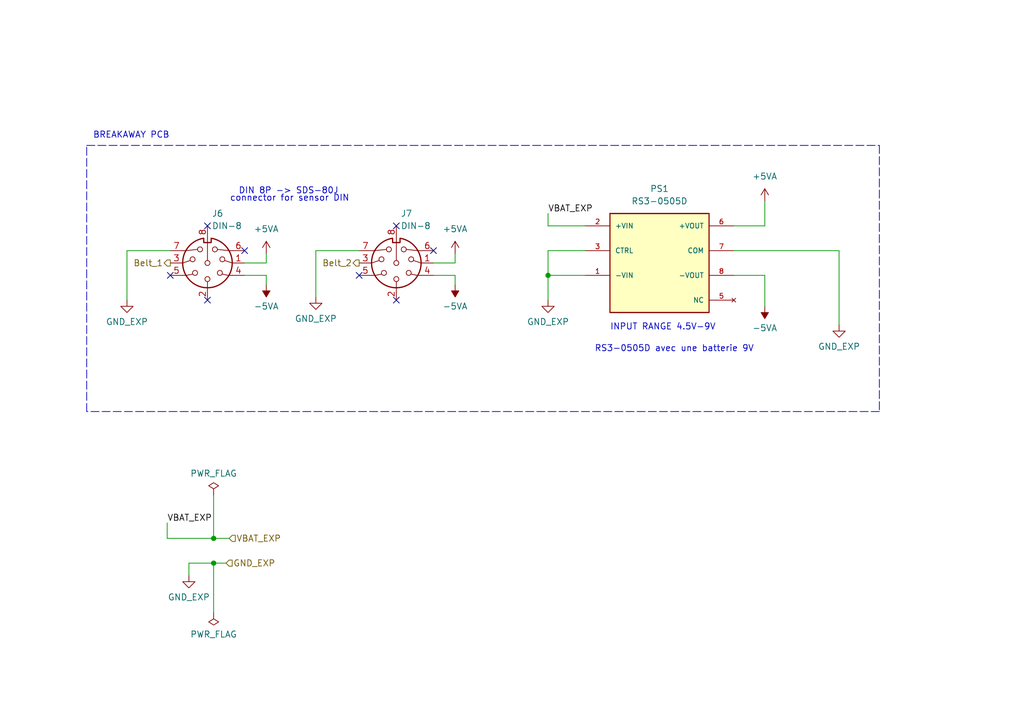
<source format=kicad_sch>
(kicad_sch (version 20250114) (generator "eeschema") (generator_version "9.0")
  (paper "A5")
  (title_block (date "2025-06-05") (rev "1.1") (company "IngRéadapt UL") (comment 1 "Autheur : Marc-Antoine Guay"))
  (lib_symbols
    (symbol "CeintureRespAT:GND_EXP" (power) (pin_names (offset 0))
      (property "Value" "GND_EXP" (at 0 -3.81 0))
      (symbol "GND_EXP_0_1"
        (polyline (pts (xy 0 0) (xy 0 -1.27) (xy 1.27 -1.27) (xy 0 -2.54) (xy -1.27 -1.27) (xy 0 -1.27)))
      )
      (symbol "GND_EXP_1_1"
        (pin power_in line (at 0 0 270) (length 0) (hide yes) (name "GND_EXP") (number "1"))
      )
    )
    (symbol "CeintureRespAT:RS3-0505D" (pin_names (offset 1.016))
      (property "Reference" "PS" (at -10.1639 11.4379 0))
      (property "Value" "RS3-0505D" (at -10.1614 -12.7027 0))
      (symbol "RS3-0505D_0_0"
        (rectangle (start -10.16 -10.16) (end 10.16 10.16) (stroke (width 0.254)) (fill (type background)))
        (pin input line (at -15.24 7.62 0) (length 5.08) (name "+VIN") (number "2"))
        (pin input line (at -15.24 2.54 0) (length 5.08) (name "CTRL") (number "3"))
        (pin input line (at -15.24 -2.54 0) (length 5.08) (name "-VIN") (number "1"))
        (pin power_in line (at 15.24 2.54 180) (length 5.08) (name "COM") (number "7"))
        (pin no_connect line (at 15.24 -7.62 180) (length 5.08) (name "NC") (number "5"))
      )
      (symbol "RS3-0505D_1_0"
        (pin power_out line (at 15.24 7.62 180) (length 5.08) (name "+VOUT") (number "6"))
        (pin power_out line (at 15.24 -2.54 180) (length 5.08) (name "-VOUT") (number "8"))
      )
    )
    (symbol "Connector:DIN-8" (pin_names (offset 1.016))
      (property "Reference" "J" (at 3.175 5.715 0))
      (property "Value" "DIN-8" (at 2.032 -5.842 0))
      (symbol "DIN-8_0_1"
        (polyline (pts (xy -5.08 2.54) (xy -4.318 2.54) (xy -3.048 2.286)))
        (polyline (pts (xy -5.08 0) (xy -3.556 -0.508)))
        (polyline (pts (xy -5.08 -2.54) (xy -4.318 -2.54) (xy -2.032 -2.794)))
        (circle (center -3.048 -0.762) (radius 0.508))
        (circle (center -2.54 2.032) (radius 0.508))
        (circle (center -1.524 -2.794) (radius 0.508))
        (polyline (pts (xy -0.762 -4.953) (xy -0.762 -4.191) (xy 0.762 -4.191) (xy 0.762 -4.953)) (stroke (width 0.254)))
        (arc (start 5.08 0) (mid 3.8673 -3.3444) (end 0.762 -5.08) (stroke (width 0.254)))
        (polyline (pts (xy 0 5.08) (xy 0 3.81)))
        (circle (center 0 3.302) (radius 0.508))
        (circle (center 0 0) (radius 0.508))
        (arc (start -5.08 0) (mid 0 5.0579) (end 5.08 0) (stroke (width 0.254)))
        (polyline (pts (xy 0 -0.508) (xy 0 -5.08)))
        (arc (start -0.762 -5.08) (mid -3.8597 -3.3379) (end -5.08 0) (stroke (width 0.254)))
        (circle (center 1.524 -2.794) (radius 0.508))
        (circle (center 2.54 2.032) (radius 0.508))
        (circle (center 3.048 -0.762) (radius 0.508))
        (polyline (pts (xy 5.08 2.54) (xy 4.318 2.54) (xy 3.048 2.286)))
        (polyline (pts (xy 5.08 0) (xy 3.556 -0.508)))
        (polyline (pts (xy 5.08 -2.54) (xy 4.318 -2.54) (xy 2.032 -2.794)))
      )
      (symbol "DIN-8_1_1"
        (pin passive line (at -7.62 2.54 0) (length 2.54) (name "~") (number "4"))
        (pin passive line (at -7.62 0 0) (length 2.54) (name "~") (number "1"))
        (pin passive line (at -7.62 -2.54 0) (length 2.54) (name "~") (number "6"))
        (pin passive line (at 0 7.62 270) (length 2.54) (name "~") (number "2"))
        (pin passive line (at 0 -7.62 90) (length 2.54) (name "~") (number "8"))
        (pin passive line (at 7.62 2.54 180) (length 2.54) (name "~") (number "5"))
        (pin passive line (at 7.62 0 180) (length 2.54) (name "~") (number "3"))
        (pin passive line (at 7.62 -2.54 180) (length 2.54) (name "~") (number "7"))
      )
    )
    (symbol "power:+5VA" (power) (pin_names (offset 0))
      (property "Value" "+5VA" (at 0 3.556 0))
      (symbol "+5VA_0_1"
        (polyline (pts (xy -0.762 1.27) (xy 0 2.54)))
        (polyline (pts (xy 0 2.54) (xy 0.762 1.27)))
        (polyline (pts (xy 0 0) (xy 0 2.54)))
      )
      (symbol "+5VA_1_1"
        (pin power_in line (at 0 0 90) (length 0) (hide yes) (name "+5VA") (number "1"))
      )
    )
    (symbol "power:-5VA" (power) (pin_names (offset 0))
      (property "Value" "-5VA" (at 0 3.81 0))
      (symbol "-5VA_0_0"
        (pin power_in line (at 0 0 90) (length 0) (hide yes) (name "-5VA") (number "1"))
      )
      (symbol "-5VA_0_1"
        (polyline (pts (xy 0 0) (xy 0 1.27) (xy 0.762 1.27) (xy 0 2.54) (xy -0.762 1.27) (xy 0 1.27)) (fill (type outline)))
      )
    )
    (symbol "power:PWR_FLAG" (power) (pin_numbers (hide yes)) (pin_names (offset 0) (hide yes))
      (property "Value" "PWR_FLAG" (at 0 3.81 0))
      (symbol "PWR_FLAG_0_0"
        (pin power_out line (at 0 0 90) (length 0) (name "pwr") (number "1"))
      )
      (symbol "PWR_FLAG_0_1"
        (polyline (pts (xy 0 0) (xy 0 1.27) (xy -1.016 1.905) (xy 0 2.54) (xy 1.016 1.905) (xy 0 1.27)))
      )
    )
  )
  (text "connector for sensor DIN\n\n" (at 47.117 43.561 0) (effects (font (size 1.27 1.27)) (justify left bottom)))
  (text "DIN 8P -> SDS-80J\n" (at 48.895 40.005 0) (effects (font (size 1.27 1.27)) (justify left bottom)))
  (text "INPUT RANGE 4.5V-9V\n" (at 125.095 67.945 0) (effects (font (size 1.27 1.27)) (justify left bottom)))
  (text "RS3-0505D avec une batterie 9V" (at 121.92 72.39 0) (effects (font (size 1.27 1.27)) (justify left bottom)))
  (text "BREAKAWAY PCB" (at 19.05 28.575 0) (effects (font (size 1.27 1.27)) (justify left bottom)))
  (junction (at 43.815 110.49))
  (junction (at 43.815 115.57))
  (junction (at 112.395 56.515))
  (no_connect (at 73.66 56.515))
  (no_connect (at 42.545 46.355))
  (no_connect (at 81.28 61.595))
  (no_connect (at 81.28 46.355))
  (no_connect (at 88.9 51.435))
  (no_connect (at 50.165 51.435))
  (no_connect (at 34.925 56.515))
  (no_connect (at 42.545 61.595))
  (polyline (pts (xy 180.34 84.455) (xy 17.78 84.455)) (stroke (width 0) (type dash)))
  (wire (pts (xy 38.735 115.57) (xy 43.815 115.57)))
  (polyline (pts (xy 17.78 84.455) (xy 17.78 29.845)) (stroke (width 0) (type dash)))
  (wire (pts (xy 93.345 58.42) (xy 93.345 56.515)))
  (wire (pts (xy 54.61 58.42) (xy 54.61 56.515)))
  (wire (pts (xy 50.165 53.975) (xy 54.61 53.975)))
  (wire (pts (xy 172.085 51.435) (xy 172.085 66.675)))
  (wire (pts (xy 43.815 110.49) (xy 46.99 110.49)))
  (wire (pts (xy 34.29 107.315) (xy 34.29 110.49)))
  (wire (pts (xy 38.735 115.57) (xy 38.735 118.11)))
  (wire (pts (xy 26.035 61.595) (xy 26.035 51.435)))
  (wire (pts (xy 64.77 51.435) (xy 73.66 51.435)))
  (wire (pts (xy 156.845 56.515) (xy 156.845 62.865)))
  (wire (pts (xy 26.035 51.435) (xy 34.925 51.435)))
  (wire (pts (xy 50.165 56.515) (xy 54.61 56.515)))
  (wire (pts (xy 93.345 53.975) (xy 93.345 52.07)))
  (polyline (pts (xy 180.34 29.845) (xy 180.34 84.455)) (stroke (width 0) (type dash)))
  (wire (pts (xy 88.9 56.515) (xy 93.345 56.515)))
  (wire (pts (xy 150.495 56.515) (xy 156.845 56.515)))
  (wire (pts (xy 64.77 60.96) (xy 64.77 51.435)))
  (wire (pts (xy 112.395 56.515) (xy 112.395 61.595)))
  (wire (pts (xy 156.845 41.275) (xy 156.845 46.355)))
  (polyline (pts (xy 17.78 29.845) (xy 180.34 29.845)) (stroke (width 0) (type dash)))
  (wire (pts (xy 120.015 51.435) (xy 112.395 51.435)))
  (wire (pts (xy 112.395 46.355) (xy 120.015 46.355)))
  (wire (pts (xy 43.815 115.57) (xy 46.355 115.57)))
  (wire (pts (xy 54.61 53.975) (xy 54.61 52.07)))
  (wire (pts (xy 120.015 56.515) (xy 112.395 56.515)))
  (wire (pts (xy 43.815 115.57) (xy 43.815 125.73)))
  (wire (pts (xy 112.395 43.815) (xy 112.395 46.355)))
  (wire (pts (xy 112.395 51.435) (xy 112.395 56.515)))
  (wire (pts (xy 43.815 101.6) (xy 43.815 110.49)))
  (wire (pts (xy 34.29 110.49) (xy 43.815 110.49)))
  (wire (pts (xy 150.495 51.435) (xy 172.085 51.435)))
  (wire (pts (xy 88.9 53.975) (xy 93.345 53.975)))
  (wire (pts (xy 150.495 46.355) (xy 156.845 46.355)))
  (label "VBAT_EXP" (at 112.395 43.815 0))
  (label "VBAT_EXP" (at 34.29 107.315 0))
  (hierarchical_label "Belt_2" (shape output) (at 73.66 53.975 180))
  (hierarchical_label "VBAT_EXP" (shape input) (at 46.99 110.49 0))
  (hierarchical_label "Belt_1" (shape output) (at 34.925 53.975 180))
  (hierarchical_label "GND_EXP" (shape input) (at 46.355 115.57 0))
  (symbol (lib_id "CeintureRespAT:GND_EXP") (at 64.77 60.96 0) (unit 1)
    (property "Reference" "#PWR018" (effects (hide yes)))
    (property "Value" "GND_EXP" (at 64.77 65.405 0))
  )
  (symbol (lib_id "CeintureRespAT:GND_EXP") (at 172.085 66.675 0) (unit 1)
    (property "Reference" "#PWR024" (effects (hide yes)))
    (property "Value" "GND_EXP" (at 172.085 71.12 0))
  )
  (symbol (lib_id "Connector:DIN-8") (at 42.545 53.975 180) (unit 1)
    (property "Reference" "J6" (at 43.4339 43.815 0) (effects (justify right)))
    (property "Value" "DIN-8" (at 43.4339 46.355 0) (effects (justify right)))
    (property "Footprint" "CentureResp:CUI_SDS-80J" (effects (hide yes)))
    (property "Datasheet" "http://www.mouser.com/ds/2/18/40_c091_abd_e-75918.pdf" (effects (hide yes)))
    (property "Digikey" "CP-2380-ND" (effects (hide yes)))
    (property "MPN" "SDS-80J" (effects (hide yes)))
  )
  (symbol (lib_id "power:PWR_FLAG") (at 43.815 125.73 0) (mirror x) (unit 1)
    (property "Reference" "#FLG02" (effects (hide yes)))
    (property "Value" "PWR_FLAG" (at 43.815 130.175 0))
  )
  (symbol (lib_id "power:PWR_FLAG") (at 43.815 101.6 0) (unit 1)
    (property "Reference" "#FLG01" (effects (hide yes)))
    (property "Value" "PWR_FLAG" (at 43.815 97.155 0))
  )
  (symbol (lib_id "power:+5VA") (at 93.345 52.07 0) (unit 1)
    (property "Reference" "#PWR019" (effects (hide yes)))
    (property "Value" "+5VA" (at 93.345 46.99 0))
  )
  (symbol (lib_id "CeintureRespAT:GND_EXP") (at 112.395 61.595 0) (unit 1)
    (property "Reference" "#PWR021" (effects (hide yes)))
    (property "Value" "GND_EXP" (at 112.395 66.04 0))
  )
  (symbol (lib_id "CeintureRespAT:GND_EXP") (at 38.735 118.11 0) (unit 1)
    (property "Reference" "#PWR015" (effects (hide yes)))
    (property "Value" "GND_EXP" (at 38.735 122.555 0))
  )
  (symbol (lib_id "power:-5VA") (at 156.845 62.865 0) (mirror x) (unit 1)
    (property "Reference" "#PWR023" (effects (hide yes)))
    (property "Value" "-5VA" (at 156.845 67.31 0))
  )
  (symbol (lib_id "power:-5VA") (at 54.61 58.42 0) (mirror x) (unit 1)
    (property "Reference" "#PWR017" (effects (hide yes)))
    (property "Value" "-5VA" (at 54.61 62.865 0))
  )
  (symbol (lib_id "Connector:DIN-8") (at 81.28 53.975 180) (unit 1)
    (property "Reference" "J7" (at 82.1689 43.815 0) (effects (justify right)))
    (property "Value" "DIN-8" (at 82.1689 46.355 0) (effects (justify right)))
    (property "Footprint" "CentureResp:CUI_SDS-80J" (effects (hide yes)))
    (property "Datasheet" "http://www.mouser.com/ds/2/18/40_c091_abd_e-75918.pdf" (effects (hide yes)))
    (property "Digikey" "CP-2380-ND" (effects (hide yes)))
    (property "MPN" "SDS-80J" (effects (hide yes)))
  )
  (symbol (lib_id "CeintureRespAT:GND_EXP") (at 26.035 61.595 0) (unit 1)
    (property "Reference" "#PWR014" (effects (hide yes)))
    (property "Value" "GND_EXP" (at 26.035 66.04 0))
  )
  (symbol (lib_id "power:+5VA") (at 156.845 41.275 0) (unit 1)
    (property "Reference" "#PWR022" (effects (hide yes)))
    (property "Value" "+5VA" (at 156.845 36.195 0))
  )
  (symbol (lib_id "power:+5VA") (at 54.61 52.07 0) (unit 1)
    (property "Reference" "#PWR016" (effects (hide yes)))
    (property "Value" "+5VA" (at 54.61 46.99 0))
  )
  (symbol (lib_id "power:-5VA") (at 93.345 58.42 0) (mirror x) (unit 1)
    (property "Reference" "#PWR020" (effects (hide yes)))
    (property "Value" "-5VA" (at 93.345 62.865 0))
  )
  (symbol (lib_id "CeintureRespAT:RS3-0505D") (at 135.255 53.975 0) (unit 1)
    (property "Reference" "PS1" (at 135.255 38.735 0))
    (property "Value" "RS3-0505D" (at 135.255 41.275 0))
    (property "Footprint" "CONV_RS3-0505D" (effects (hide yes)))
    (property "PARTREV" "3" (effects (hide yes)))
    (property "MANUFACTURER" "Recom" (effects (hide yes)))
    (property "MAXIMUM_PACKAGE_HEIGHT" "11.1mm" (effects (hide yes)))
    (property "STANDARD" "Manufacturer Recommendations" (effects (hide yes)))
    (property "Digikey" "945-1318-ND" (effects (hide yes)))
    (property "LCSC" "C46594429" (effects (hide yes)))
    (property "Field11" "MPN" (effects (hide yes)))
  )
)
</source>
